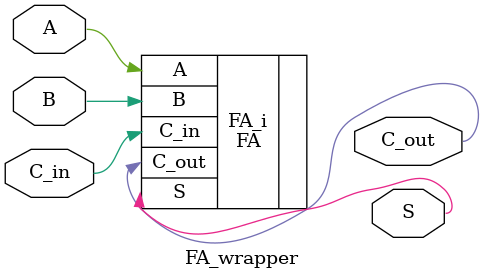
<source format=v>
`timescale 1 ps / 1 ps

module FA_wrapper
   (A,
    B,
    C_in,
    C_out,
    S);
  input [0:0]A;
  input [0:0]B;
  input [0:0]C_in;
  output [0:0]C_out;
  output [0:0]S;

  wire [0:0]A;
  wire [0:0]B;
  wire [0:0]C_in;
  wire [0:0]C_out;
  wire [0:0]S;

  FA FA_i
       (.A(A),
        .B(B),
        .C_in(C_in),
        .C_out(C_out),
        .S(S));
endmodule

</source>
